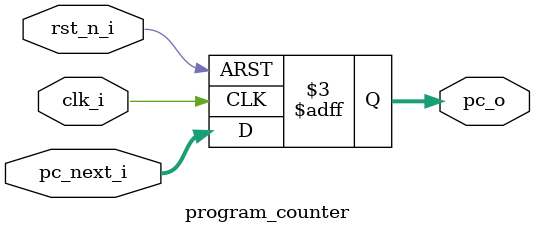
<source format=v>
module program_counter #(
    parameter ADDR_WIDTH = 32,
    parameter RESET_VECTOR = 32'h00000000
) (
    input                       clk_i,
    input                       rst_n_i,
    input  [ADDR_WIDTH-1:0]     pc_next_i,
    output reg [ADDR_WIDTH-1:0] pc_o
);

    always @(posedge clk_i or negedge rst_n_i) begin
        if (!rst_n_i) begin
            pc_o <= RESET_VECTOR;
        end else begin
            pc_o <= pc_next_i;
        end
    end

endmodule
</source>
